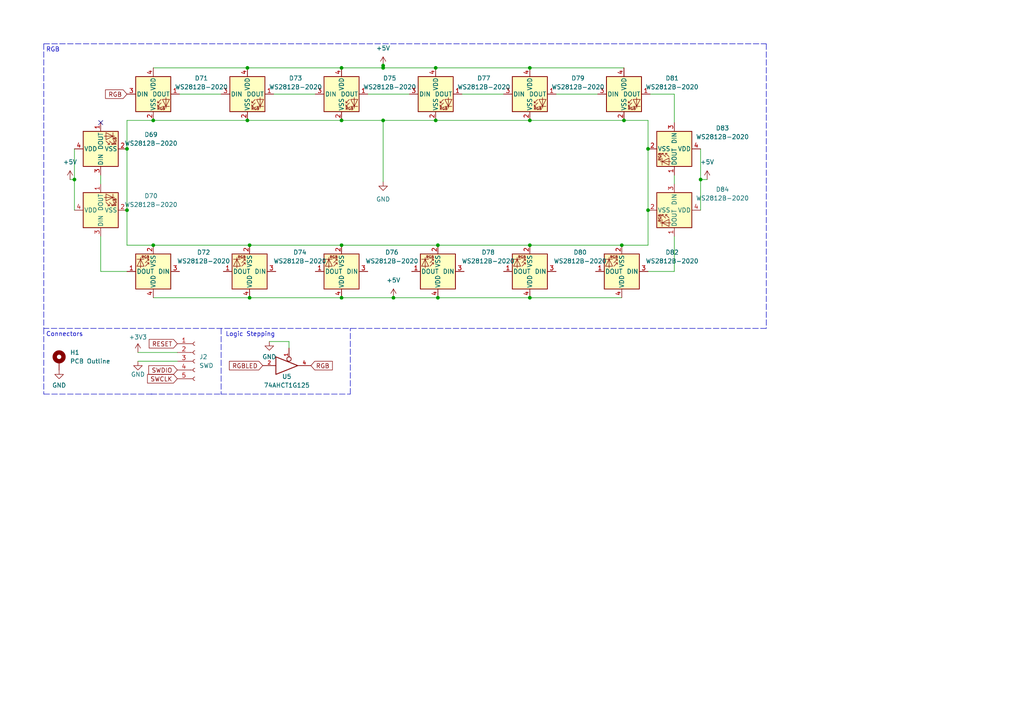
<source format=kicad_sch>
(kicad_sch (version 20211123) (generator eeschema)
  (paper "A4")
  (title_block (title "Plaket60") (date "2022-07-25") (rev "1.0"))
  (lib_symbols
    (symbol "74xGxx:74AHCT1G125" (pin_names (offset 1.016))
      (property "Reference" "U?" (at -0.635 -5.715 0))
      (property "Value" "74AHCT1G125" (at -0.635 -8.255 0))
      (symbol "74AHCT1G125_0_1"
        (polyline (pts (xy -3.81 2.54) (xy -3.81 -2.54) (xy 2.54 0) (xy -3.81 2.54)) (stroke (width 0.254)))
      )
      (symbol "74AHCT1G125_1_1"
        (pin input inverted (at 0 5.08 270) (length 3.81) (name "~") (number "1"))
        (pin input line (at -7.62 0 0) (length 3.81) (name "~") (number "2"))
        (pin power_in line (at 5.08 -2.54 270) (length 0) hide (name "GND") (number "3"))
        (pin tri_state line (at 6.35 0 180) (length 3.81) (name "~") (number "4"))
        (pin power_in line (at 1.27 1.27 90) (length 0) hide (name "+5V") (number "5"))
      )
    )
    (symbol "Connector:Conn_01x05_Female" (pin_names (offset 1.016) hide)
      (property "Reference" "J" (at 0 7.62 0))
      (property "Value" "Conn_01x05_Female" (at 0 -7.62 0))
      (symbol "Conn_01x05_Female_1_1"
        (arc (start 0 -4.572) (mid -0.508 -5.08) (end 0 -5.588) (stroke (width 0.1524)))
        (arc (start 0 -2.032) (mid -0.508 -2.54) (end 0 -3.048) (stroke (width 0.1524)))
        (polyline (pts (xy -1.27 -5.08) (xy -0.508 -5.08)) (stroke (width 0.1524)))
        (polyline (pts (xy -1.27 -2.54) (xy -0.508 -2.54)) (stroke (width 0.1524)))
        (polyline (pts (xy -1.27 0) (xy -0.508 0)) (stroke (width 0.1524)))
        (polyline (pts (xy -1.27 2.54) (xy -0.508 2.54)) (stroke (width 0.1524)))
        (polyline (pts (xy -1.27 5.08) (xy -0.508 5.08)) (stroke (width 0.1524)))
        (arc (start 0 0.508) (mid -0.508 0) (end 0 -0.508) (stroke (width 0.1524)))
        (arc (start 0 3.048) (mid -0.508 2.54) (end 0 2.032) (stroke (width 0.1524)))
        (arc (start 0 5.588) (mid -0.508 5.08) (end 0 4.572) (stroke (width 0.1524)))
        (pin passive line (at -5.08 5.08 0) (length 3.81) (name "Pin_1") (number "1"))
        (pin passive line (at -5.08 2.54 0) (length 3.81) (name "Pin_2") (number "2"))
        (pin passive line (at -5.08 0 0) (length 3.81) (name "Pin_3") (number "3"))
        (pin passive line (at -5.08 -2.54 0) (length 3.81) (name "Pin_4") (number "4"))
        (pin passive line (at -5.08 -5.08 0) (length 3.81) (name "Pin_5") (number "5"))
      )
    )
    (symbol "Mechanical:MountingHole_Pad" (pin_numbers hide) (pin_names (offset 1.016) hide)
      (property "Reference" "H" (at 0 6.35 0))
      (property "Value" "MountingHole_Pad" (at 0 4.445 0))
      (symbol "MountingHole_Pad_0_1"
        (circle (center 0 1.27) (radius 1.27) (stroke (width 1.27)))
      )
      (symbol "MountingHole_Pad_1_1"
        (pin input line (at 0 -2.54 90) (length 2.54) (name "1") (number "1"))
      )
    )
    (symbol "cipulot_parts:SK6812MINI" (pin_names (offset 0.254))
      (property "Reference" "D" (at 5.08 5.715 0))
      (property "Value" "SK6812MINI" (at 1.27 -5.715 0))
      (symbol "SK6812MINI_0_0"
        (text "RGB" (at 2.286 -4.191 0) (effects (font (size 0.762 0.762))))
      )
      (symbol "SK6812MINI_0_1"
        (polyline (pts (xy 1.27 -3.556) (xy 1.778 -3.556)))
        (polyline (pts (xy 1.27 -2.54) (xy 1.778 -2.54)))
        (polyline (pts (xy 4.699 -3.556) (xy 2.667 -3.556)))
        (polyline (pts (xy 2.286 -2.54) (xy 1.27 -3.556) (xy 1.27 -3.048)))
        (polyline (pts (xy 2.286 -1.524) (xy 1.27 -2.54) (xy 1.27 -2.032)))
        (polyline (pts (xy 3.683 -1.016) (xy 3.683 -3.556) (xy 3.683 -4.064)))
        (polyline (pts (xy 4.699 -1.524) (xy 2.667 -1.524) (xy 3.683 -3.556) (xy 4.699 -1.524)))
        (rectangle (start 5.08 5.08) (end -5.08 -5.08) (stroke (width 0.254)) (fill (type background)))
      )
      (symbol "SK6812MINI_1_1"
        (pin output line (at 7.62 0 180) (length 2.54) (name "DOUT") (number "1"))
        (pin power_in line (at 0 -7.62 90) (length 2.54) (name "VSS") (number "2"))
        (pin input line (at -7.62 0 0) (length 2.54) (name "DIN") (number "3"))
        (pin power_in line (at 0 7.62 270) (length 2.54) (name "VDD") (number "4"))
      )
    )
    (symbol "power:+3V3" (power) (pin_names (offset 0))
      (property "Value" "+3V3" (at 0 3.556 0))
      (symbol "+3V3_0_1"
        (polyline (pts (xy -0.762 1.27) (xy 0 2.54)))
        (polyline (pts (xy 0 0) (xy 0 2.54)))
        (polyline (pts (xy 0 2.54) (xy 0.762 1.27)))
      )
      (symbol "+3V3_1_1"
        (pin power_in line (at 0 0 90) (length 0) hide (name "+3V3") (number "1"))
      )
    )
    (symbol "power:+5V" (power) (pin_names (offset 0))
      (property "Value" "+5V" (at 0 3.556 0))
      (symbol "+5V_0_1"
        (polyline (pts (xy -0.762 1.27) (xy 0 2.54)))
        (polyline (pts (xy 0 0) (xy 0 2.54)))
        (polyline (pts (xy 0 2.54) (xy 0.762 1.27)))
      )
      (symbol "+5V_1_1"
        (pin power_in line (at 0 0 90) (length 0) hide (name "+5V") (number "1"))
      )
    )
    (symbol "power:GND" (power) (pin_names (offset 0))
      (property "Value" "GND" (at 0 -3.81 0))
      (symbol "GND_0_1"
        (polyline (pts (xy 0 0) (xy 0 -1.27) (xy 1.27 -1.27) (xy 0 -2.54) (xy -1.27 -1.27) (xy 0 -1.27)))
      )
      (symbol "GND_1_1"
        (pin power_in line (at 0 0 270) (length 0) hide (name "GND") (number "1"))
      )
    )
  )
  (junction (at 153.67 34.925))
  (junction (at 114.113 86.36))
  (junction (at 153.67 71.12))
  (junction (at 187.96 60.96))
  (junction (at 153.67 86.36))
  (junction (at 111.125 19.05))
  (junction (at 21.59 52.07))
  (junction (at 44.45 71.12))
  (junction (at 99.06 86.36))
  (junction (at 187.96 43.18))
  (junction (at 180.975 34.925))
  (junction (at 127 86.36))
  (junction (at 180.34 71.12))
  (junction (at 99.06 19.685))
  (junction (at 126.365 34.925))
  (junction (at 36.83 60.96))
  (junction (at 71.755 34.925))
  (junction (at 127 71.12))
  (junction (at 111.125 19.685))
  (junction (at 111.125 34.925))
  (junction (at 36.83 43.18))
  (junction (at 72.39 86.36))
  (junction (at 153.67 19.685))
  (junction (at 126.365 19.685))
  (junction (at 99.06 34.925))
  (junction (at 99.06 71.12))
  (junction (at 44.45 34.925))
  (junction (at 72.39 71.12))
  (junction (at 203.2 52.07))
  (junction (at 71.755 19.685))
  (no_connect (at 29.21 35.56))
  (wire (pts (xy 21.59 52.07) (xy 21.59 60.96)))
  (wire (pts (xy 187.96 43.18) (xy 187.96 34.925)))
  (polyline (pts (xy 12.7 12.7) (xy 12.7 95.25)))
  (wire (pts (xy 40.005 104.775) (xy 51.435 104.775)))
  (wire (pts (xy 195.58 50.8) (xy 195.58 53.34)))
  (wire (pts (xy 127 71.12) (xy 99.06 71.12)))
  (wire (pts (xy 187.96 43.18) (xy 187.96 60.96)))
  (wire (pts (xy 99.06 34.925) (xy 111.125 34.925)))
  (wire (pts (xy 21.59 43.18) (xy 21.59 52.07)))
  (wire (pts (xy 44.45 71.12) (xy 36.83 71.12)))
  (wire (pts (xy 188.595 27.305) (xy 195.58 27.305)))
  (wire (pts (xy 127 86.36) (xy 153.67 86.36)))
  (wire (pts (xy 106.68 27.305) (xy 118.745 27.305)))
  (wire (pts (xy 29.21 68.58) (xy 29.21 78.74)))
  (wire (pts (xy 126.365 19.685) (xy 111.125 19.685)))
  (polyline (pts (xy 12.7 12.7) (xy 222.25 12.7)))
  (wire (pts (xy 161.29 27.305) (xy 173.355 27.305)))
  (polyline (pts (xy 101.6 114.3) (xy 101.6 95.25)))
  (polyline (pts (xy 64.135 114.3) (xy 101.6 114.3)))
  (wire (pts (xy 78.105 99.06) (xy 83.82 99.06)))
  (polyline (pts (xy 222.25 12.7) (xy 222.25 95.25)))
  (wire (pts (xy 187.96 71.12) (xy 180.34 71.12)))
  (wire (pts (xy 180.34 71.12) (xy 153.67 71.12)))
  (wire (pts (xy 203.2 43.18) (xy 203.2 52.07)))
  (wire (pts (xy 187.96 60.96) (xy 187.96 71.12)))
  (wire (pts (xy 79.375 27.305) (xy 91.44 27.305)))
  (wire (pts (xy 29.21 78.74) (xy 36.83 78.74)))
  (wire (pts (xy 36.83 43.18) (xy 36.83 34.925)))
  (wire (pts (xy 36.83 43.18) (xy 36.83 60.96)))
  (wire (pts (xy 153.67 34.925) (xy 180.975 34.925)))
  (wire (pts (xy 111.125 19.685) (xy 111.125 19.05)))
  (wire (pts (xy 44.45 34.925) (xy 71.755 34.925)))
  (wire (pts (xy 203.2 52.07) (xy 205.105 52.07)))
  (wire (pts (xy 99.06 19.685) (xy 111.125 19.685)))
  (polyline (pts (xy 12.7 114.3) (xy 44.45 114.3)))
  (wire (pts (xy 195.58 27.305) (xy 195.58 35.56)))
  (wire (pts (xy 195.58 68.58) (xy 195.58 78.74)))
  (wire (pts (xy 153.67 71.12) (xy 127 71.12)))
  (wire (pts (xy 180.975 19.685) (xy 153.67 19.685)))
  (wire (pts (xy 111.125 52.705) (xy 111.125 34.925)))
  (wire (pts (xy 20.32 52.07) (xy 21.59 52.07)))
  (wire (pts (xy 40.005 102.235) (xy 51.435 102.235)))
  (wire (pts (xy 44.45 19.685) (xy 71.755 19.685)))
  (wire (pts (xy 71.755 34.925) (xy 99.06 34.925)))
  (wire (pts (xy 29.21 50.8) (xy 29.21 53.34)))
  (polyline (pts (xy 43.815 114.3) (xy 64.135 114.3)))
  (polyline (pts (xy 64.135 95.25) (xy 64.135 114.3)))
  (wire (pts (xy 133.985 27.305) (xy 146.05 27.305)))
  (wire (pts (xy 36.83 60.96) (xy 36.83 71.12)))
  (wire (pts (xy 99.06 71.12) (xy 72.39 71.12)))
  (wire (pts (xy 203.2 60.96) (xy 203.2 52.07)))
  (wire (pts (xy 99.06 86.36) (xy 114.113 86.36)))
  (wire (pts (xy 114.113 86.36) (xy 127 86.36)))
  (polyline (pts (xy 12.7 95.25) (xy 12.7 114.3)))
  (wire (pts (xy 36.83 34.925) (xy 44.45 34.925)))
  (wire (pts (xy 72.39 86.36) (xy 99.06 86.36)))
  (wire (pts (xy 153.67 86.36) (xy 180.34 86.36)))
  (wire (pts (xy 111.125 19.05) (xy 111.125 18.415)))
  (wire (pts (xy 52.07 27.305) (xy 64.135 27.305)))
  (wire (pts (xy 44.45 86.36) (xy 72.39 86.36)))
  (wire (pts (xy 126.365 34.925) (xy 153.67 34.925)))
  (wire (pts (xy 195.58 78.74) (xy 187.96 78.74)))
  (wire (pts (xy 111.125 34.925) (xy 126.365 34.925)))
  (wire (pts (xy 72.39 71.12) (xy 44.45 71.12)))
  (wire (pts (xy 83.82 99.06) (xy 83.82 100.965)))
  (wire (pts (xy 71.755 19.685) (xy 99.06 19.685)))
  (wire (pts (xy 187.96 34.925) (xy 180.975 34.925)))
  (wire (pts (xy 153.67 19.685) (xy 126.365 19.685)))
  (polyline (pts (xy 222.25 95.25) (xy 12.7 95.25)))
  (text "Logic Stepping" (at 65.405 97.79 0) (effects (font (size 1.27 1.27)) (justify left bottom)))
  (text "Connectors\n" (at 13.335 97.79 0) (effects (font (size 1.27 1.27)) (justify left bottom)))
  (text "RGB\n" (at 13.335 15.24 0) (effects (font (size 1.27 1.27)) (justify left bottom)))
  (global_label "RGB" (shape input) (at 90.17 106.045 0) (property "Intersheet References" "${INTERSHEET_REFS}" (effects hide)))
  (global_label "RGB" (shape input) (at 36.83 27.305 180) (property "Intersheet References" "${INTERSHEET_REFS}" (effects hide)))
  (global_label "SWCLK" (shape input) (at 51.435 109.855 180) (property "Intersheet References" "${INTERSHEET_REFS}" (effects hide)))
  (global_label "RGBLED" (shape input) (at 76.2 106.045 180) (property "Intersheet References" "${INTERSHEET_REFS}" (effects hide)))
  (global_label "RESET" (shape input) (at 51.435 99.695 180) (property "Intersheet References" "${INTERSHEET_REFS}" (effects hide)))
  (global_label "SWDIO" (shape input) (at 51.435 107.315 180) (property "Intersheet References" "${INTERSHEET_REFS}" (effects hide)))
  (symbol (lib_id "cipulot_parts:SK6812MINI") (at 29.21 43.18 90) (unit 1)
    (property "Reference" "D69" (at 43.815 39.0398 90))
    (property "Value" "WS2812B-2020" (at 43.815 41.5798 90))
    (property "Footprint" "acheron_Components:LED_WS2812_2020" (effects hide))
    (property "Datasheet" "http://www.world-semi.com/DownLoadFile/112" (effects hide))
  )
  (symbol (lib_id "cipulot_parts:SK6812MINI") (at 29.21 60.96 90) (unit 1)
    (property "Reference" "D70" (at 43.815 56.8198 90))
    (property "Value" "WS2812B-2020" (at 43.815 59.3598 90))
    (property "Footprint" "acheron_Components:LED_WS2812_2020" (effects hide))
    (property "Datasheet" "http://www.world-semi.com/DownLoadFile/112" (effects hide))
  )
  (symbol (lib_id "cipulot_parts:SK6812MINI") (at 99.06 27.305 0) (unit 1)
    (property "Reference" "D75" (at 113.03 22.6949 0))
    (property "Value" "WS2812B-2020" (at 113.03 25.2349 0))
    (property "Footprint" "acheron_Components:LED_WS2812_2020" (effects hide))
    (property "Datasheet" "http://www.world-semi.com/DownLoadFile/112" (effects hide))
  )
  (symbol (lib_id "cipulot_parts:SK6812MINI") (at 72.39 78.74 180) (unit 1)
    (property "Reference" "D74" (at 86.995 73.1899 0))
    (property "Value" "WS2812B-2020" (at 86.995 75.7299 0))
    (property "Footprint" "acheron_Components:LED_WS2812_2020" (effects hide))
    (property "Datasheet" "http://www.world-semi.com/DownLoadFile/112" (effects hide))
  )
  (symbol (lib_id "cipulot_parts:SK6812MINI") (at 153.67 27.305 0) (unit 1)
    (property "Reference" "D79" (at 167.64 22.6949 0))
    (property "Value" "WS2812B-2020" (at 167.64 25.2349 0))
    (property "Footprint" "acheron_Components:LED_WS2812_2020" (effects hide))
    (property "Datasheet" "http://www.world-semi.com/DownLoadFile/112" (effects hide))
  )
  (symbol (lib_id "74xGxx:74AHCT1G125") (at 83.82 106.045 0) (unit 1)
    (property "Reference" "U5" (at 83.185 109.22 0))
    (property "Value" "74AHCT1G125" (at 83.185 111.76 0))
    (property "Footprint" "Package_TO_SOT_SMD:SOT-23-5" (effects hide))
    (property "Datasheet" "http://www.ti.com/lit/sg/scyt129e/scyt129e.pdf" (effects hide))
  )
  (symbol (lib_id "power:GND") (at 17.145 107.315 0) (unit 1)
    (property "Reference" "#PWR0141" (effects hide))
    (property "Value" "GND" (at 17.145 111.76 0))
  )
  (symbol (lib_id "cipulot_parts:SK6812MINI") (at 180.975 27.305 0) (unit 1)
    (property "Reference" "D81" (at 194.945 22.6949 0))
    (property "Value" "WS2812B-2020" (at 194.945 25.2349 0))
    (property "Footprint" "acheron_Components:LED_WS2812_2020" (effects hide))
    (property "Datasheet" "http://www.world-semi.com/DownLoadFile/112" (effects hide))
  )
  (symbol (lib_id "cipulot_parts:SK6812MINI") (at 99.06 78.74 180) (unit 1)
    (property "Reference" "D76" (at 113.665 73.1899 0))
    (property "Value" "WS2812B-2020" (at 113.665 75.7299 0))
    (property "Footprint" "acheron_Components:LED_WS2812_2020" (effects hide))
    (property "Datasheet" "http://www.world-semi.com/DownLoadFile/112" (effects hide))
  )
  (symbol (lib_id "Mechanical:MountingHole_Pad") (at 17.145 104.775 0) (unit 1)
    (property "Reference" "H1" (at 20.32 102.2349 0) (effects (justify left)))
    (property "Value" "PCB Outline" (at 20.32 104.7749 0) (effects (justify left)))
    (property "Footprint" "Components:L60 Outline" (effects hide))
  )
  (symbol (lib_id "power:GND") (at 40.005 104.775 0) (unit 1)
    (property "Reference" "#PWR0139" (effects hide))
    (property "Value" "GND" (at 40.005 108.585 0))
  )
  (symbol (lib_id "cipulot_parts:SK6812MINI") (at 180.34 78.74 180) (unit 1)
    (property "Reference" "D82" (at 194.945 73.1899 0))
    (property "Value" "WS2812B-2020" (at 194.945 75.7299 0))
    (property "Footprint" "acheron_Components:LED_WS2812_2020" (effects hide))
    (property "Datasheet" "http://www.world-semi.com/DownLoadFile/112" (effects hide))
  )
  (symbol (lib_id "power:+5V") (at 205.105 52.07 0) (unit 1)
    (property "Reference" "#PWR?" (effects hide))
    (property "Value" "+5V" (at 205.105 46.99 0))
  )
  (symbol (lib_id "power:+5V") (at 111.125 19.05 0) (unit 1)
    (property "Reference" "#PWR?" (effects hide))
    (property "Value" "+5V" (at 111.125 13.97 0))
  )
  (symbol (lib_id "cipulot_parts:SK6812MINI") (at 126.365 27.305 0) (unit 1)
    (property "Reference" "D77" (at 140.335 22.6949 0))
    (property "Value" "WS2812B-2020" (at 140.335 25.2349 0))
    (property "Footprint" "acheron_Components:LED_WS2812_2020" (effects hide))
    (property "Datasheet" "http://www.world-semi.com/DownLoadFile/112" (effects hide))
  )
  (symbol (lib_id "power:+5V") (at 114.113 86.36 0) (unit 1)
    (property "Reference" "#PWR?" (effects hide))
    (property "Value" "+5V" (at 114.113 81.28 0))
  )
  (symbol (lib_id "power:GND") (at 111.125 52.705 0) (unit 1)
    (property "Reference" "#PWR0137" (effects hide))
    (property "Value" "GND" (at 111.125 57.785 0))
  )
  (symbol (lib_id "cipulot_parts:SK6812MINI") (at 195.58 60.96 270) (unit 1)
    (property "Reference" "D84" (at 209.55 54.94 90))
    (property "Value" "WS2812B-2020" (at 209.55 57.48 90))
    (property "Footprint" "acheron_Components:LED_WS2812_2020" (effects hide))
    (property "Datasheet" "http://www.world-semi.com/DownLoadFile/112" (effects hide))
  )
  (symbol (lib_id "power:GND") (at 78.105 99.06 0) (unit 1)
    (property "Reference" "#PWR0145" (effects hide))
    (property "Value" "GND" (at 78.105 103.505 0))
  )
  (symbol (lib_id "cipulot_parts:SK6812MINI") (at 71.755 27.305 0) (unit 1)
    (property "Reference" "D73" (at 85.725 22.6949 0))
    (property "Value" "WS2812B-2020" (at 85.725 25.2349 0))
    (property "Footprint" "acheron_Components:LED_WS2812_2020" (effects hide))
    (property "Datasheet" "http://www.world-semi.com/DownLoadFile/112" (effects hide))
  )
  (symbol (lib_id "power:+5V") (at 20.32 52.07 0) (unit 1)
    (property "Reference" "#PWR?" (effects hide))
    (property "Value" "+5V" (at 20.32 46.99 0))
  )
  (symbol (lib_id "Connector:Conn_01x05_Female") (at 56.515 104.775 0) (unit 1)
    (property "Reference" "J2" (at 57.785 103.5049 0) (effects (justify left)))
    (property "Value" "SWD" (at 57.785 106.0449 0) (effects (justify left)))
    (property "Footprint" "Connector_PinHeader_2.54mm:PinHeader_1x05_P2.54mm_Vertical" (effects hide))
  )
  (symbol (lib_id "cipulot_parts:SK6812MINI") (at 195.58 43.18 270) (unit 1)
    (property "Reference" "D83" (at 209.55 37.16 90))
    (property "Value" "WS2812B-2020" (at 209.55 39.7 90))
    (property "Footprint" "acheron_Components:LED_WS2812_2020" (effects hide))
    (property "Datasheet" "http://www.world-semi.com/DownLoadFile/112" (effects hide))
  )
  (symbol (lib_id "power:+3V3") (at 40.005 102.235 0) (unit 1)
    (property "Reference" "#PWR0140" (effects hide))
    (property "Value" "+3V3" (at 40.005 97.79 0))
  )
  (symbol (lib_id "cipulot_parts:SK6812MINI") (at 153.67 78.74 180) (unit 1)
    (property "Reference" "D80" (at 168.275 73.1899 0))
    (property "Value" "WS2812B-2020" (at 168.275 75.7299 0))
    (property "Footprint" "acheron_Components:LED_WS2812_2020" (effects hide))
    (property "Datasheet" "http://www.world-semi.com/DownLoadFile/112" (effects hide))
  )
  (symbol (lib_id "cipulot_parts:SK6812MINI") (at 44.45 78.74 180) (unit 1)
    (property "Reference" "D72" (at 59.055 73.1899 0))
    (property "Value" "WS2812B-2020" (at 59.055 75.7299 0))
    (property "Footprint" "acheron_Components:LED_WS2812_2020" (effects hide))
    (property "Datasheet" "http://www.world-semi.com/DownLoadFile/112" (effects hide))
  )
  (symbol (lib_id "cipulot_parts:SK6812MINI") (at 44.45 27.305 0) (unit 1)
    (property "Reference" "D71" (at 58.42 22.6949 0))
    (property "Value" "WS2812B-2020" (at 58.42 25.2349 0))
    (property "Footprint" "acheron_Components:LED_WS2812_2020" (effects hide))
    (property "Datasheet" "http://www.world-semi.com/DownLoadFile/112" (effects hide))
  )
  (symbol (lib_id "cipulot_parts:SK6812MINI") (at 127 78.74 180) (unit 1)
    (property "Reference" "D78" (at 141.605 73.1899 0))
    (property "Value" "WS2812B-2020" (at 141.605 75.7299 0))
    (property "Footprint" "acheron_Components:LED_WS2812_2020" (effects hide))
    (property "Datasheet" "http://www.world-semi.com/DownLoadFile/112" (effects hide))
  )
)
</source>
